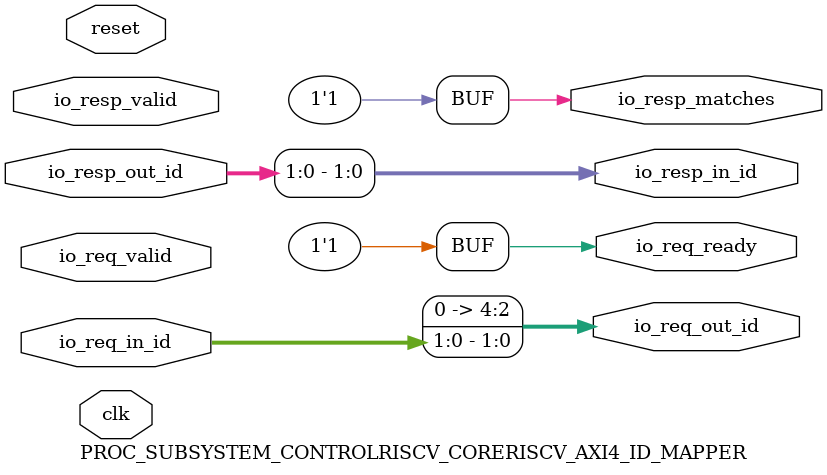
<source format=v>
`define RANDOMIZE
`timescale 1ns/10ps
module PROC_SUBSYSTEM_CONTROLRISCV_CORERISCV_AXI4_ID_MAPPER(
  input   clk,
  input   reset,
  input   io_req_valid,
  output  io_req_ready,
  input  [1:0] io_req_in_id,
  output [4:0] io_req_out_id,
  input   io_resp_valid,
  output  io_resp_matches,
  input  [4:0] io_resp_out_id,
  output [1:0] io_resp_in_id
);
  assign io_req_ready = 1'h1;
  assign io_req_out_id = {{3'd0}, io_req_in_id};
  assign io_resp_matches = 1'h1;
  assign io_resp_in_id = io_resp_out_id[1:0];
endmodule

</source>
